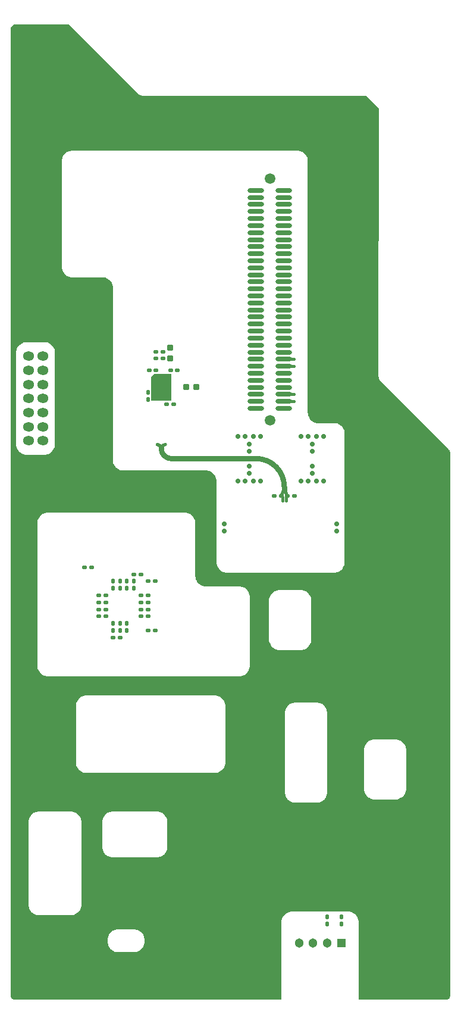
<source format=gbs>
G04*
G04 #@! TF.GenerationSoftware,Altium Limited,Altium Designer,21.7.2 (23)*
G04*
G04 Layer_Color=16711935*
%FSLAX43Y43*%
%MOMM*%
G71*
G04*
G04 #@! TF.SameCoordinates,CDD7AD83-C9AE-4F87-97AC-33ADADA6BBDB*
G04*
G04*
G04 #@! TF.FilePolarity,Negative*
G04*
G01*
G75*
%ADD74C,0.800*%
%ADD75C,0.550*%
%ADD77C,0.400*%
G04:AMPARAMS|DCode=84|XSize=0.63mm|YSize=0.62mm|CornerRadius=0.16mm|HoleSize=0mm|Usage=FLASHONLY|Rotation=180.000|XOffset=0mm|YOffset=0mm|HoleType=Round|Shape=RoundedRectangle|*
%AMROUNDEDRECTD84*
21,1,0.630,0.300,0,0,180.0*
21,1,0.310,0.620,0,0,180.0*
1,1,0.320,-0.155,0.150*
1,1,0.320,0.155,0.150*
1,1,0.320,0.155,-0.150*
1,1,0.320,-0.155,-0.150*
%
%ADD84ROUNDEDRECTD84*%
G04:AMPARAMS|DCode=87|XSize=0.52mm|YSize=0.62mm|CornerRadius=0.135mm|HoleSize=0mm|Usage=FLASHONLY|Rotation=90.000|XOffset=0mm|YOffset=0mm|HoleType=Round|Shape=RoundedRectangle|*
%AMROUNDEDRECTD87*
21,1,0.520,0.350,0,0,90.0*
21,1,0.250,0.620,0,0,90.0*
1,1,0.270,0.175,0.125*
1,1,0.270,0.175,-0.125*
1,1,0.270,-0.175,-0.125*
1,1,0.270,-0.175,0.125*
%
%ADD87ROUNDEDRECTD87*%
G04:AMPARAMS|DCode=97|XSize=0.52mm|YSize=0.62mm|CornerRadius=0.135mm|HoleSize=0mm|Usage=FLASHONLY|Rotation=180.000|XOffset=0mm|YOffset=0mm|HoleType=Round|Shape=RoundedRectangle|*
%AMROUNDEDRECTD97*
21,1,0.520,0.350,0,0,180.0*
21,1,0.250,0.620,0,0,180.0*
1,1,0.270,-0.125,0.175*
1,1,0.270,0.125,0.175*
1,1,0.270,0.125,-0.175*
1,1,0.270,-0.125,-0.175*
%
%ADD97ROUNDEDRECTD97*%
G04:AMPARAMS|DCode=98|XSize=0.92mm|YSize=0.82mm|CornerRadius=0.21mm|HoleSize=0mm|Usage=FLASHONLY|Rotation=0.000|XOffset=0mm|YOffset=0mm|HoleType=Round|Shape=RoundedRectangle|*
%AMROUNDEDRECTD98*
21,1,0.920,0.400,0,0,0.0*
21,1,0.500,0.820,0,0,0.0*
1,1,0.420,0.250,-0.200*
1,1,0.420,-0.250,-0.200*
1,1,0.420,-0.250,0.200*
1,1,0.420,0.250,0.200*
%
%ADD98ROUNDEDRECTD98*%
G04:AMPARAMS|DCode=101|XSize=0.63mm|YSize=0.62mm|CornerRadius=0.16mm|HoleSize=0mm|Usage=FLASHONLY|Rotation=270.000|XOffset=0mm|YOffset=0mm|HoleType=Round|Shape=RoundedRectangle|*
%AMROUNDEDRECTD101*
21,1,0.630,0.300,0,0,270.0*
21,1,0.310,0.620,0,0,270.0*
1,1,0.320,-0.150,-0.155*
1,1,0.320,-0.150,0.155*
1,1,0.320,0.150,0.155*
1,1,0.320,0.150,-0.155*
%
%ADD101ROUNDEDRECTD101*%
G04:AMPARAMS|DCode=104|XSize=0.92mm|YSize=0.82mm|CornerRadius=0.21mm|HoleSize=0mm|Usage=FLASHONLY|Rotation=270.000|XOffset=0mm|YOffset=0mm|HoleType=Round|Shape=RoundedRectangle|*
%AMROUNDEDRECTD104*
21,1,0.920,0.400,0,0,270.0*
21,1,0.500,0.820,0,0,270.0*
1,1,0.420,-0.200,-0.250*
1,1,0.420,-0.200,0.250*
1,1,0.420,0.200,0.250*
1,1,0.420,0.200,-0.250*
%
%ADD104ROUNDEDRECTD104*%
%ADD133C,4.220*%
%ADD134O,1.620X1.320*%
%ADD137C,1.302*%
%ADD138R,1.302X1.302*%
%ADD141C,6.020*%
%ADD142C,1.520*%
%ADD180O,2.357X0.630*%
G36*
X58652Y189191D02*
X58727Y189160D01*
X58823Y189086D01*
X58823Y189086D01*
X58823Y189086D01*
X58823Y189086D01*
X68490Y179419D01*
X68580Y179337D01*
X68782Y179203D01*
X69006Y179110D01*
X69243Y179063D01*
X69365Y179057D01*
X100861Y179057D01*
X100918Y179057D01*
X101031Y179034D01*
X101137Y178990D01*
X101178Y178963D01*
X101273Y178886D01*
X101273Y178886D01*
X101273Y178886D01*
X101273Y178886D01*
X102647Y177513D01*
X102697Y177462D01*
X102776Y177343D01*
X102831Y177212D01*
X102850Y177117D01*
X102858Y177000D01*
Y177000D01*
X102858Y177000D01*
X102859Y177000D01*
X102810Y139394D01*
X102817Y139241D01*
X102876Y138943D01*
X102993Y138661D01*
X103162Y138408D01*
X103264Y138295D01*
X103264Y138295D01*
X112882Y128678D01*
X112910Y128649D01*
X112956Y128581D01*
X112987Y128506D01*
X112987Y128502D01*
X113002Y128386D01*
Y128386D01*
X113002Y128386D01*
X113002Y128386D01*
X113002Y51107D01*
Y50987D01*
X112911Y50767D01*
X112742Y50598D01*
X112522Y50507D01*
X112402Y50507D01*
X112402Y50507D01*
X112402Y50507D01*
X100000D01*
X100000Y61500D01*
X100000Y61500D01*
X100000Y61500D01*
X100000Y61648D01*
X99942Y61938D01*
X99829Y62211D01*
X99665Y62456D01*
X99456Y62665D01*
X99211Y62829D01*
X98938Y62942D01*
X98648Y63000D01*
X98500Y63000D01*
X90500Y63000D01*
X90500Y63000D01*
X90352D01*
X90062Y62942D01*
X89789Y62829D01*
X89544Y62665D01*
X89335Y62456D01*
X89171Y62211D01*
X89058Y61938D01*
X89000Y61648D01*
Y61500D01*
Y50507D01*
X50943D01*
X50741Y50591D01*
X50586Y50745D01*
X50502Y50947D01*
Y51057D01*
Y188607D01*
Y188726D01*
X50594Y188947D01*
X50763Y189115D01*
X50983Y189207D01*
X51102Y189207D01*
X51102Y189207D01*
X58532Y189207D01*
X58572Y189207D01*
X58652Y189191D01*
D02*
G37*
%LPC*%
G36*
X91250Y171250D02*
X91250Y171250D01*
X59250Y171250D01*
X59102Y171250D01*
X58812Y171192D01*
X58539Y171079D01*
X58294Y170915D01*
X58085Y170706D01*
X57921Y170460D01*
X57808Y170188D01*
X57750Y169898D01*
X57750Y169750D01*
Y154750D01*
Y154602D01*
X57808Y154312D01*
X57921Y154039D01*
X58085Y153794D01*
X58294Y153585D01*
X58539Y153421D01*
X58812Y153308D01*
X59102Y153250D01*
X59250D01*
X63500Y153250D01*
X63647Y153243D01*
X63935Y153185D01*
X64207Y153073D01*
X64452Y152910D01*
X64660Y152702D01*
X64823Y152457D01*
X64935Y152185D01*
X64993Y151897D01*
X65000Y151750D01*
X65000D01*
X65000Y151750D01*
Y127250D01*
Y127102D01*
X65058Y126812D01*
X65171Y126539D01*
X65335Y126294D01*
X65544Y126085D01*
X65789Y125921D01*
X66062Y125808D01*
X66352Y125750D01*
X66500D01*
X78250Y125750D01*
X78397Y125743D01*
X78685Y125685D01*
X78957Y125573D01*
X79202Y125409D01*
X79410Y125202D01*
X79573Y124957D01*
X79685Y124685D01*
X79743Y124397D01*
X79750Y124250D01*
X79750Y124250D01*
X79750Y124250D01*
Y119500D01*
Y113750D01*
Y112602D01*
X79808Y112312D01*
X79921Y112039D01*
X80085Y111794D01*
X80294Y111585D01*
X80539Y111421D01*
X80812Y111308D01*
X81102Y111250D01*
X96648D01*
X96938Y111308D01*
X97211Y111421D01*
X97456Y111585D01*
X97665Y111794D01*
X97829Y112039D01*
X97942Y112312D01*
X98000Y112602D01*
Y112750D01*
Y119500D01*
X98000Y131000D01*
X98000Y131148D01*
X97942Y131438D01*
X97829Y131711D01*
X97665Y131956D01*
X97456Y132165D01*
X97210Y132329D01*
X96937Y132442D01*
X96648Y132500D01*
X96500Y132500D01*
X96500Y132500D01*
X96500Y132500D01*
X94250D01*
X94103Y132507D01*
X93815Y132565D01*
X93543Y132677D01*
X93298Y132840D01*
X93090Y133048D01*
X92927Y133293D01*
X92815Y133564D01*
X92757Y133853D01*
X92750Y134000D01*
X92750Y134000D01*
X92750Y169750D01*
X92750Y169898D01*
X92692Y170188D01*
X92579Y170461D01*
X92415Y170706D01*
X92206Y170915D01*
X91960Y171079D01*
X91687Y171192D01*
X91398Y171250D01*
X91250Y171250D01*
X91250Y171250D01*
D02*
G37*
G36*
X55398Y144000D02*
X55250Y144000D01*
X52750Y144000D01*
Y144000D01*
X52750Y144000D01*
X52602Y144000D01*
X52312Y143942D01*
X52039Y143829D01*
X51794Y143665D01*
X51585Y143456D01*
X51421Y143211D01*
X51308Y142938D01*
X51250Y142648D01*
Y142500D01*
Y129500D01*
X51250D01*
X51250Y129500D01*
X51250Y129352D01*
X51308Y129062D01*
X51421Y128789D01*
X51585Y128544D01*
X51794Y128335D01*
X52039Y128171D01*
X52312Y128058D01*
X52602Y128000D01*
X55250D01*
X55398Y128000D01*
X55688Y128057D01*
X55961Y128170D01*
X56207Y128334D01*
X56416Y128543D01*
X56580Y128789D01*
X56693Y129062D01*
X56750Y129352D01*
X56750Y129500D01*
X56750Y142500D01*
X56750Y142500D01*
X56750Y142500D01*
X56750Y142648D01*
X56693Y142938D01*
X56579Y143211D01*
X56415Y143456D01*
X56206Y143665D01*
X55961Y143829D01*
X55688Y143943D01*
X55398Y144000D01*
D02*
G37*
G36*
X91750Y108750D02*
X88750Y108750D01*
X88602D01*
X88312Y108692D01*
X88039Y108579D01*
X87794Y108415D01*
X87585Y108206D01*
X87421Y107961D01*
X87308Y107688D01*
X87250Y107398D01*
X87250Y107250D01*
X87250Y107250D01*
X87250Y107250D01*
X87250Y101750D01*
X87250Y101602D01*
X87308Y101312D01*
X87421Y101039D01*
X87585Y100794D01*
X87794Y100585D01*
X88039Y100421D01*
X88312Y100308D01*
X88602Y100250D01*
X88750Y100250D01*
X88750Y100250D01*
X88750Y100250D01*
X91750Y100250D01*
X91898Y100250D01*
X92188Y100308D01*
X92461Y100421D01*
X92706Y100585D01*
X92915Y100794D01*
X93079Y101039D01*
X93192Y101312D01*
X93250Y101602D01*
X93250Y101750D01*
X93250Y101750D01*
X93250Y101750D01*
X93250Y107250D01*
X93250Y107398D01*
X93192Y107688D01*
X93079Y107961D01*
X92915Y108206D01*
X92706Y108415D01*
X92461Y108579D01*
X92188Y108692D01*
X91898Y108750D01*
X91750Y108750D01*
X91750Y108750D01*
D02*
G37*
G36*
X75398Y119750D02*
X75250Y119750D01*
X55750Y119750D01*
X55750Y119750D01*
X55602D01*
X55312Y119692D01*
X55039Y119579D01*
X54794Y119415D01*
X54585Y119206D01*
X54421Y118961D01*
X54308Y118688D01*
X54250Y118398D01*
Y118250D01*
Y98000D01*
X54250Y97852D01*
X54308Y97562D01*
X54421Y97289D01*
X54585Y97044D01*
X54794Y96835D01*
X55039Y96671D01*
X55312Y96558D01*
X55602Y96500D01*
X55750Y96500D01*
X83000D01*
X83148Y96500D01*
X83438Y96558D01*
X83711Y96671D01*
X83956Y96835D01*
X84165Y97044D01*
X84329Y97289D01*
X84442Y97562D01*
X84500Y97852D01*
X84500Y98000D01*
X84500Y107750D01*
X84500Y107750D01*
X84500Y107750D01*
X84500Y107898D01*
X84442Y108188D01*
X84329Y108461D01*
X84165Y108706D01*
X83956Y108915D01*
X83711Y109079D01*
X83438Y109192D01*
X83148Y109250D01*
X83000Y109250D01*
X78750Y109250D01*
X78250D01*
X78103Y109257D01*
X77815Y109315D01*
X77543Y109427D01*
X77298Y109590D01*
X77090Y109798D01*
X76927Y110043D01*
X76815Y110315D01*
X76757Y110603D01*
X76750Y110750D01*
X76750Y118250D01*
X76750Y118250D01*
X76750Y118250D01*
X76750Y118398D01*
X76692Y118688D01*
X76579Y118961D01*
X76415Y119206D01*
X76206Y119415D01*
X75961Y119579D01*
X75688Y119692D01*
X75398Y119750D01*
D02*
G37*
G36*
X79500Y93750D02*
X79500Y93750D01*
X61250Y93750D01*
X61102Y93750D01*
X60812Y93692D01*
X60539Y93579D01*
X60294Y93415D01*
X60085Y93206D01*
X59921Y92961D01*
X59808Y92688D01*
X59750Y92398D01*
X59750Y92250D01*
Y84250D01*
Y84102D01*
X59808Y83812D01*
X59921Y83539D01*
X60085Y83294D01*
X60294Y83085D01*
X60539Y82921D01*
X60812Y82808D01*
X61102Y82750D01*
X61250D01*
Y82750D01*
X79648D01*
X79938Y82808D01*
X80211Y82921D01*
X80456Y83085D01*
X80665Y83294D01*
X80829Y83539D01*
X80942Y83812D01*
X81000Y84102D01*
X81000Y84250D01*
X81000Y84250D01*
X81000Y92250D01*
X81000Y92398D01*
X80942Y92688D01*
X80829Y92961D01*
X80665Y93206D01*
X80456Y93415D01*
X80211Y93579D01*
X79938Y93692D01*
X79648Y93750D01*
X79500Y93750D01*
X79500Y93750D01*
D02*
G37*
G36*
X94000Y92750D02*
X94000Y92750D01*
X91000Y92750D01*
X90852Y92750D01*
X90562Y92692D01*
X90289Y92579D01*
X90044Y92415D01*
X89835Y92206D01*
X89671Y91961D01*
X89558Y91688D01*
X89500Y91398D01*
X89500Y91250D01*
X89500Y91250D01*
X89500Y91250D01*
X89500Y80000D01*
X89500Y79852D01*
X89558Y79562D01*
X89671Y79289D01*
X89835Y79044D01*
X90044Y78835D01*
X90289Y78671D01*
X90562Y78558D01*
X90852Y78500D01*
X91000Y78500D01*
X94000D01*
X94148Y78500D01*
X94438Y78558D01*
X94711Y78671D01*
X94956Y78835D01*
X95165Y79044D01*
X95329Y79289D01*
X95442Y79562D01*
X95500Y79852D01*
X95500Y80000D01*
X95500Y80000D01*
X95500Y91250D01*
X95500Y91398D01*
X95442Y91688D01*
X95329Y91961D01*
X95165Y92206D01*
X94956Y92415D01*
X94711Y92579D01*
X94438Y92692D01*
X94148Y92750D01*
X94000Y92750D01*
X94000Y92750D01*
D02*
G37*
G36*
X105250Y87500D02*
X105250Y87500D01*
X102250Y87500D01*
X102102Y87500D01*
X101812Y87442D01*
X101539Y87329D01*
X101294Y87165D01*
X101085Y86956D01*
X100921Y86711D01*
X100808Y86438D01*
X100750Y86148D01*
X100750Y86000D01*
X100750Y86000D01*
X100750Y86000D01*
Y80500D01*
X100750Y80352D01*
X100808Y80062D01*
X100921Y79789D01*
X101085Y79544D01*
X101294Y79335D01*
X101539Y79171D01*
X101812Y79058D01*
X102102Y79000D01*
X102250Y79000D01*
X102250Y79000D01*
X105398D01*
X105688Y79058D01*
X105961Y79171D01*
X106206Y79335D01*
X106415Y79544D01*
X106579Y79789D01*
X106692Y80062D01*
X106750Y80352D01*
Y80500D01*
X106750D01*
X106750Y86000D01*
X106750Y86148D01*
X106692Y86438D01*
X106579Y86711D01*
X106415Y86956D01*
X106206Y87165D01*
X105961Y87329D01*
X105688Y87442D01*
X105398Y87500D01*
X105250Y87500D01*
X105250Y87500D01*
D02*
G37*
G36*
X71250Y77250D02*
X71250Y77250D01*
X65000Y77250D01*
X64852Y77250D01*
X64562Y77192D01*
X64289Y77079D01*
X64044Y76915D01*
X63835Y76706D01*
X63671Y76461D01*
X63558Y76188D01*
X63500Y75898D01*
X63500Y75750D01*
Y72250D01*
Y72102D01*
X63558Y71812D01*
X63671Y71539D01*
X63835Y71294D01*
X64044Y71085D01*
X64289Y70921D01*
X64562Y70808D01*
X64852Y70750D01*
X65000D01*
X65000Y70750D01*
X71250D01*
X71398Y70750D01*
X71688Y70808D01*
X71961Y70921D01*
X72206Y71085D01*
X72415Y71294D01*
X72579Y71539D01*
X72692Y71812D01*
X72750Y72102D01*
X72750Y72250D01*
X72750Y72250D01*
X72750Y75750D01*
X72750Y75898D01*
X72692Y76188D01*
X72579Y76461D01*
X72415Y76706D01*
X72206Y76915D01*
X71961Y77079D01*
X71688Y77192D01*
X71398Y77250D01*
X71250Y77250D01*
X71250Y77250D01*
D02*
G37*
G36*
X54352Y77250D02*
X54062Y77192D01*
X53789Y77079D01*
X53544Y76915D01*
X53335Y76706D01*
X53171Y76461D01*
X53058Y76188D01*
X53000Y75898D01*
X53000Y75750D01*
Y64000D01*
X53000Y63852D01*
X53058Y63562D01*
X53171Y63289D01*
X53335Y63044D01*
X53544Y62835D01*
X53789Y62671D01*
X54062Y62558D01*
X54352Y62500D01*
X54500Y62500D01*
X59000D01*
X59148Y62500D01*
X59438Y62558D01*
X59710Y62671D01*
X59956Y62835D01*
X60165Y63044D01*
X60329Y63289D01*
X60442Y63562D01*
X60500Y63852D01*
X60500Y64000D01*
X60500Y64000D01*
X60500Y75750D01*
X60500Y75898D01*
X60442Y76188D01*
X60329Y76461D01*
X60165Y76706D01*
X59956Y76915D01*
X59711Y77079D01*
X59438Y77192D01*
X59148Y77250D01*
X59000Y77250D01*
X59000Y77250D01*
X59000Y77250D01*
X54500Y77250D01*
X54352Y77250D01*
D02*
G37*
G36*
X68000Y60500D02*
X68000Y60500D01*
X65750Y60500D01*
X65602Y60500D01*
X65312Y60442D01*
X65039Y60329D01*
X64794Y60165D01*
X64585Y59956D01*
X64421Y59711D01*
X64308Y59438D01*
X64250Y59148D01*
X64250Y59000D01*
Y58602D01*
X64308Y58312D01*
X64421Y58039D01*
X64585Y57794D01*
X64794Y57585D01*
X65039Y57421D01*
X65312Y57308D01*
X65602Y57250D01*
X68148Y57250D01*
X68438Y57308D01*
X68711Y57421D01*
X68956Y57585D01*
X69165Y57794D01*
X69329Y58039D01*
X69442Y58312D01*
X69500Y58602D01*
X69500Y58750D01*
X69500Y58750D01*
X69500D01*
X69500Y59000D01*
X69500Y59148D01*
X69442Y59438D01*
X69329Y59711D01*
X69165Y59956D01*
X68956Y60165D01*
X68711Y60329D01*
X68438Y60442D01*
X68148Y60500D01*
X68000Y60500D01*
X68000Y60500D01*
D02*
G37*
%LPD*%
G36*
X73238Y139526D02*
X73251Y139523D01*
X73264Y139519D01*
X73276Y139513D01*
X73287Y139506D01*
X73297Y139497D01*
X73306Y139487D01*
X73313Y139476D01*
X73319Y139464D01*
X73323Y139451D01*
X73326Y139438D01*
X73327Y139425D01*
Y135775D01*
X73326Y135762D01*
X73323Y135749D01*
X73319Y135736D01*
X73313Y135724D01*
X73306Y135713D01*
X73297Y135703D01*
X73287Y135694D01*
X73276Y135687D01*
X73264Y135681D01*
X73251Y135677D01*
X73238Y135674D01*
X73225Y135673D01*
X70575D01*
X70562Y135674D01*
X70549Y135677D01*
X70536Y135681D01*
X70524Y135687D01*
X70513Y135694D01*
X70503Y135703D01*
X70494Y135713D01*
X70487Y135724D01*
X70481Y135736D01*
X70477Y135749D01*
X70474Y135762D01*
X70473Y135775D01*
Y139069D01*
X70474Y139082D01*
X70477Y139095D01*
X70481Y139108D01*
X70487Y139120D01*
X70494Y139131D01*
X70503Y139141D01*
X70859Y139497D01*
X70869Y139506D01*
X70880Y139513D01*
X70892Y139519D01*
X70905Y139523D01*
X70918Y139526D01*
X70931Y139527D01*
X73225D01*
X73238Y139526D01*
D02*
G37*
D74*
X71900Y128847D02*
G03*
X73297Y127450I1397J0D01*
G01*
X89400Y123445D02*
G03*
X85395Y127450I-4005J0D01*
G01*
X71900Y128847D02*
Y128917D01*
X89400Y122967D02*
Y123445D01*
X73297Y127450D02*
X85395D01*
D75*
X72450Y129450D02*
G03*
X72030Y129030I0J-420D01*
G01*
X71770D02*
G03*
X71350Y129450I-420J0D01*
G01*
X89825Y122125D02*
G03*
X89599Y122671I-773J0D01*
G01*
X89201D02*
G03*
X88975Y122125I546J-546D01*
G01*
X89201Y122671D02*
G03*
X89270Y122837I-166J166D01*
G01*
X89530Y122837D02*
G03*
X89599Y122671I235J0D01*
G01*
D77*
X90000Y140600D02*
X90800D01*
X90000Y141600D02*
X90800D01*
X90000Y135600D02*
X90800D01*
X90000Y136600D02*
X90800D01*
X89650Y121425D02*
Y121950D01*
X89150Y121425D02*
Y121950D01*
D84*
X84400Y128467D02*
D03*
Y129483D02*
D03*
Y126383D02*
D03*
Y125367D02*
D03*
X93400Y129483D02*
D03*
Y128467D02*
D03*
Y126383D02*
D03*
Y125367D02*
D03*
X80900Y118183D02*
D03*
Y117167D02*
D03*
X96900Y118183D02*
D03*
Y117167D02*
D03*
D87*
X89825Y122125D02*
D03*
X71150Y141700D02*
D03*
X72150D02*
D03*
X71150Y142607D02*
D03*
X72150D02*
D03*
X70150Y140000D02*
D03*
X71150D02*
D03*
X73200D02*
D03*
X74200D02*
D03*
X73650Y135200D02*
D03*
X72650D02*
D03*
X90825Y122125D02*
D03*
X88975D02*
D03*
X87975D02*
D03*
X69000Y111000D02*
D03*
X68000D02*
D03*
X71000Y110000D02*
D03*
X70000D02*
D03*
Y108000D02*
D03*
X69000D02*
D03*
X70000Y107000D02*
D03*
X69000D02*
D03*
X70000Y106000D02*
D03*
X69000D02*
D03*
X70000Y105000D02*
D03*
X69000D02*
D03*
X71000Y103000D02*
D03*
X70000D02*
D03*
X65000Y102000D02*
D03*
X66000D02*
D03*
X63000Y105000D02*
D03*
X64000D02*
D03*
X63000Y106000D02*
D03*
X64000D02*
D03*
X63000Y108000D02*
D03*
X64000D02*
D03*
X63000Y107000D02*
D03*
X64000D02*
D03*
X61000Y112000D02*
D03*
X62000D02*
D03*
D97*
X97500Y62250D02*
D03*
Y61250D02*
D03*
X95500Y62250D02*
D03*
Y61250D02*
D03*
X70000Y136850D02*
D03*
Y135850D02*
D03*
X68000Y110000D02*
D03*
Y109000D02*
D03*
X67000Y110000D02*
D03*
Y109000D02*
D03*
X65000Y110000D02*
D03*
Y109000D02*
D03*
X66000Y110000D02*
D03*
Y109000D02*
D03*
X65000Y103000D02*
D03*
Y104000D02*
D03*
X67000Y103000D02*
D03*
Y104000D02*
D03*
X66000Y103000D02*
D03*
Y104000D02*
D03*
D98*
X73150Y141700D02*
D03*
Y143224D02*
D03*
D101*
X92808Y124275D02*
D03*
X91792D02*
D03*
X95008D02*
D03*
X93992D02*
D03*
X86008Y124275D02*
D03*
X84992D02*
D03*
X83808D02*
D03*
X82792D02*
D03*
X86008Y130575D02*
D03*
X84992D02*
D03*
X83808D02*
D03*
X82792D02*
D03*
X93992Y130575D02*
D03*
X95008D02*
D03*
X91792D02*
D03*
X92808D02*
D03*
D104*
X75450Y137600D02*
D03*
X76850D02*
D03*
D133*
X76670Y175730D02*
D03*
X99530Y149695D02*
D03*
X53810Y154775D02*
D03*
X109690Y103340D02*
D03*
X109690Y74130D02*
D03*
X81750Y53810D02*
D03*
X53810Y88735D02*
D03*
X86068D02*
D03*
D134*
X55000Y142000D02*
D03*
Y140000D02*
D03*
Y138000D02*
D03*
Y136000D02*
D03*
Y134000D02*
D03*
Y132000D02*
D03*
Y130000D02*
D03*
X53000Y142000D02*
D03*
Y140000D02*
D03*
Y138000D02*
D03*
Y136000D02*
D03*
Y134000D02*
D03*
Y132000D02*
D03*
Y130000D02*
D03*
D137*
X91498Y58547D02*
D03*
X93498D02*
D03*
X95498D02*
D03*
D138*
X97498D02*
D03*
D141*
X53810Y53810D02*
D03*
X109690D02*
D03*
X99530Y175730D02*
D03*
X53810Y185890D02*
D03*
Y123660D02*
D03*
X109690D02*
D03*
D142*
X87338Y132884D02*
D03*
Y167284D02*
D03*
D180*
X85338Y148584D02*
D03*
Y164584D02*
D03*
Y165584D02*
D03*
Y163584D02*
D03*
Y151584D02*
D03*
Y160584D02*
D03*
Y154584D02*
D03*
Y144584D02*
D03*
Y161584D02*
D03*
Y147584D02*
D03*
Y152584D02*
D03*
Y146584D02*
D03*
Y155584D02*
D03*
Y159584D02*
D03*
Y157584D02*
D03*
Y156584D02*
D03*
Y158584D02*
D03*
Y145584D02*
D03*
Y153584D02*
D03*
Y162584D02*
D03*
Y143584D02*
D03*
Y150584D02*
D03*
Y149584D02*
D03*
Y142584D02*
D03*
X89338Y153584D02*
D03*
Y162584D02*
D03*
Y154584D02*
D03*
X85338Y139584D02*
D03*
Y134584D02*
D03*
Y141584D02*
D03*
Y138584D02*
D03*
Y135584D02*
D03*
Y137584D02*
D03*
X89338Y138584D02*
D03*
Y137584D02*
D03*
Y134584D02*
D03*
Y140584D02*
D03*
Y135584D02*
D03*
X85338Y136584D02*
D03*
Y140584D02*
D03*
X89338Y165584D02*
D03*
Y164584D02*
D03*
Y163584D02*
D03*
Y161584D02*
D03*
Y160584D02*
D03*
Y159584D02*
D03*
Y158584D02*
D03*
Y157584D02*
D03*
Y156584D02*
D03*
Y155584D02*
D03*
Y152584D02*
D03*
Y151584D02*
D03*
Y150584D02*
D03*
Y149584D02*
D03*
Y148584D02*
D03*
Y147584D02*
D03*
Y146584D02*
D03*
Y145584D02*
D03*
Y144584D02*
D03*
Y143584D02*
D03*
Y142584D02*
D03*
Y141584D02*
D03*
Y139584D02*
D03*
Y136584D02*
D03*
M02*

</source>
